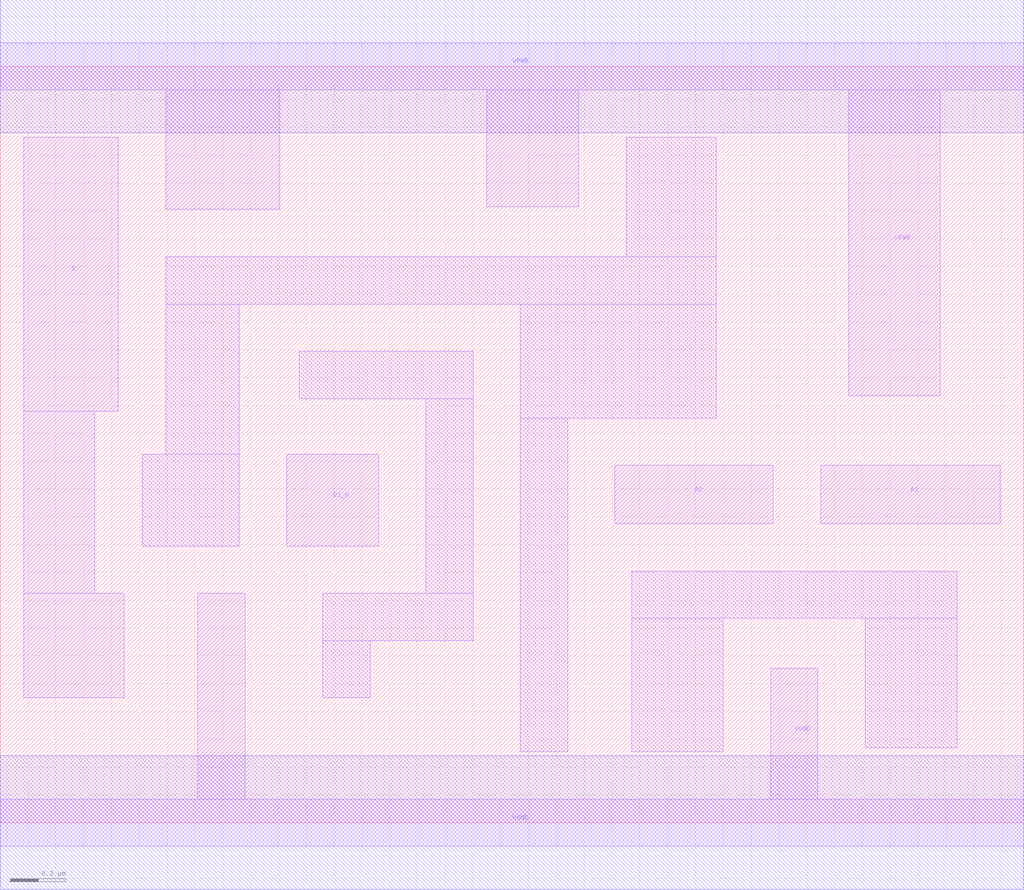
<source format=lef>
# Copyright 2020 The SkyWater PDK Authors
#
# Licensed under the Apache License, Version 2.0 (the "License");
# you may not use this file except in compliance with the License.
# You may obtain a copy of the License at
#
#     https://www.apache.org/licenses/LICENSE-2.0
#
# Unless required by applicable law or agreed to in writing, software
# distributed under the License is distributed on an "AS IS" BASIS,
# WITHOUT WARRANTIES OR CONDITIONS OF ANY KIND, either express or implied.
# See the License for the specific language governing permissions and
# limitations under the License.
#
# SPDX-License-Identifier: Apache-2.0

VERSION 5.5 ;
NAMESCASESENSITIVE ON ;
BUSBITCHARS "[]" ;
DIVIDERCHAR "/" ;
MACRO sky130_fd_sc_hd__o21ba_1
  CLASS CORE ;
  SOURCE USER ;
  ORIGIN  0.000000  0.000000 ;
  SIZE  3.680000 BY  2.720000 ;
  SYMMETRY X Y R90 ;
  SITE unithd ;
  PIN A1
    ANTENNAGATEAREA  0.247500 ;
    DIRECTION INPUT ;
    USE SIGNAL ;
    PORT
      LAYER li1 ;
        RECT 2.950000 1.075000 3.595000 1.285000 ;
    END
  END A1
  PIN A2
    ANTENNAGATEAREA  0.247500 ;
    DIRECTION INPUT ;
    USE SIGNAL ;
    PORT
      LAYER li1 ;
        RECT 2.210000 1.075000 2.780000 1.285000 ;
    END
  END A2
  PIN B1_N
    ANTENNAGATEAREA  0.126000 ;
    DIRECTION INPUT ;
    USE SIGNAL ;
    PORT
      LAYER li1 ;
        RECT 1.030000 0.995000 1.360000 1.325000 ;
    END
  END B1_N
  PIN X
    ANTENNADIFFAREA  0.429000 ;
    DIRECTION OUTPUT ;
    USE SIGNAL ;
    PORT
      LAYER li1 ;
        RECT 0.085000 0.450000 0.445000 0.825000 ;
        RECT 0.085000 0.825000 0.340000 1.480000 ;
        RECT 0.085000 1.480000 0.425000 2.465000 ;
    END
  END X
  PIN VGND
    DIRECTION INOUT ;
    SHAPE ABUTMENT ;
    USE GROUND ;
    PORT
      LAYER li1 ;
        RECT 0.000000 -0.085000 3.680000 0.085000 ;
        RECT 0.710000  0.085000 0.880000 0.825000 ;
        RECT 2.770000  0.085000 2.940000 0.555000 ;
    END
    PORT
      LAYER met1 ;
        RECT 0.000000 -0.240000 3.680000 0.240000 ;
    END
  END VGND
  PIN VPWR
    DIRECTION INOUT ;
    SHAPE ABUTMENT ;
    USE POWER ;
    PORT
      LAYER li1 ;
        RECT 0.000000 2.635000 3.680000 2.805000 ;
        RECT 0.595000 2.205000 1.005000 2.635000 ;
        RECT 1.750000 2.215000 2.080000 2.635000 ;
        RECT 3.050000 1.535000 3.380000 2.635000 ;
    END
    PORT
      LAYER met1 ;
        RECT 0.000000 2.480000 3.680000 2.960000 ;
    END
  END VPWR
  OBS
    LAYER li1 ;
      RECT 0.510000 0.995000 0.860000 1.325000 ;
      RECT 0.595000 1.325000 0.860000 1.865000 ;
      RECT 0.595000 1.865000 2.575000 2.035000 ;
      RECT 1.075000 1.525000 1.700000 1.695000 ;
      RECT 1.160000 0.450000 1.330000 0.655000 ;
      RECT 1.160000 0.655000 1.700000 0.825000 ;
      RECT 1.530000 0.825000 1.700000 1.525000 ;
      RECT 1.870000 0.255000 2.040000 1.455000 ;
      RECT 1.870000 1.455000 2.575000 1.865000 ;
      RECT 2.250000 2.035000 2.575000 2.465000 ;
      RECT 2.270000 0.255000 2.600000 0.735000 ;
      RECT 2.270000 0.735000 3.440000 0.905000 ;
      RECT 3.110000 0.270000 3.440000 0.735000 ;
  END
END sky130_fd_sc_hd__o21ba_1
END LIBRARY

</source>
